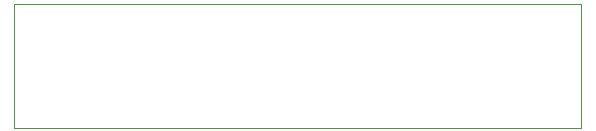
<source format=gm1>
%TF.GenerationSoftware,KiCad,Pcbnew,8.0.4*%
%TF.CreationDate,2025-01-06T15:09:54+00:00*%
%TF.ProjectId,5050_led_4,35303530-5f6c-4656-945f-342e6b696361,rev?*%
%TF.SameCoordinates,Original*%
%TF.FileFunction,Profile,NP*%
%FSLAX46Y46*%
G04 Gerber Fmt 4.6, Leading zero omitted, Abs format (unit mm)*
G04 Created by KiCad (PCBNEW 8.0.4) date 2025-01-06 15:09:54*
%MOMM*%
%LPD*%
G01*
G04 APERTURE LIST*
%TA.AperFunction,Profile*%
%ADD10C,0.050000*%
%TD*%
G04 APERTURE END LIST*
D10*
X98000000Y-50000000D02*
X98000000Y-60500000D01*
X50000000Y-60500000D02*
X50000000Y-50000000D01*
X98000000Y-50000000D02*
X50000000Y-50000000D01*
X50000000Y-60500000D02*
X98000000Y-60500000D01*
M02*

</source>
